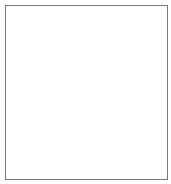
<source format=gbr>
G04 (created by PCBNEW (2013-07-07 BZR 4022)-stable) date 12/16/2014 7:09:10 PM*
%MOIN*%
G04 Gerber Fmt 3.4, Leading zero omitted, Abs format*
%FSLAX34Y34*%
G01*
G70*
G90*
G04 APERTURE LIST*
%ADD10C,0.00590551*%
%ADD11C,0.00393701*%
G04 APERTURE END LIST*
G54D10*
G54D11*
X81100Y-52700D02*
X75700Y-52700D01*
X81100Y-58500D02*
X81100Y-52700D01*
X75700Y-58500D02*
X81100Y-58500D01*
X75700Y-52700D02*
X75700Y-58500D01*
M02*

</source>
